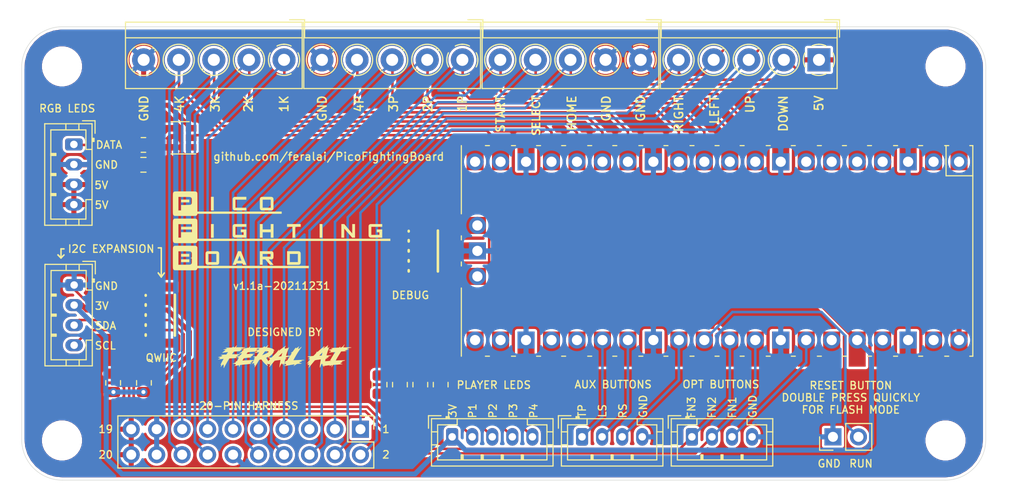
<source format=kicad_pcb>
(kicad_pcb (version 20171130) (host pcbnew "(5.1.12)-1")
  (layers (0 F.Cu signal) (31 B.Cu signal) (34 B.Paste user) (35 F.Paste user) (36 B.SilkS user) (37 F.SilkS user) (38 B.Mask user) (39 F.Mask user) (44 Edge.Cuts user))
  (net 0 "")
  (net 1 "Net-(U1-Pad35)")
  (net 2 "Net-(U1-Pad37)")
  (net 3 "Net-(U1-Pad39)")
  (net 4 /GND)
  (net 5 /5V)
  (net 6 /UP)
  (net 7 /DOWN)
  (net 8 /RIGHT)
  (net 9 /LEFT)
  (net 10 /SELECT)
  (net 11 /HOME)
  (net 12 /START)
  (net 13 /1P)
  (net 14 /2P)
  (net 15 /3P)
  (net 16 /4P)
  (net 17 /1K)
  (net 18 /2K)
  (net 19 /3K)
  (net 20 /4K)
  (net 21 /3V3)
  (net 22 /TP)
  (net 23 /LSB)
  (net 24 /RSB)
  (net 25 /SDA)
  (net 26 /SCL)
  (net 27 /PLED1)
  (net 28 /PLED2)
  (net 29 /PLED3)
  (net 30 /PLED4)
  (net 31 /RUN)
  (net 32 /RGB)
  (net 33 "Net-(U2-Pad1)")
  (net 34 /RGB_DATA_5V)
  (net 35 /SETTINGS)
  (net 36 /SWDIO)
  (net 37 /SWCLK)
  (net 38 "Net-(J1-Pad1)")
  (net 39 "Net-(J3-Pad2)")
  (net 40 "Net-(J3-Pad3)")
  (net 41 "Net-(J3-Pad4)")
  (net 42 "Net-(J3-Pad5)")
  (module FeralAI:FeralAI (layer F.Cu) (at 129.6 112.1)
    (fp_text reference G*** hide)
    (fp_text value LOGO hide)
  )
  (module FeralAI:PFB_Logo (layer F.Cu) (at 129.3 99.6)
    (fp_text reference G*** hide)
    (fp_text value LOGO hide)
  )
  (module Connector_PinHeader_2.54mm:PinHeader_1x02_P2.54mm_Vertical (layer F.Cu) (at 184.277 120.142 90)
    (fp_text reference J10 hide)
    (fp_text value Conn_01x02_Male)
    (pad 1 thru_hole rect (at 0 0 90) (size 1.7 1.7) (drill 1) (layers *.Cu *.Mask) (net 4 /GND))
    (pad 2 thru_hole oval (at 0 2.54 90) (size 1.7 1.7) (drill 1) (layers *.Cu *.Mask) (net 31 /RUN))
  )
  (module Package_TO_SOT_SMD:SOT-23-5 (layer F.Cu) (at 119.1768 90.3224 180)
    (fp_text reference U2 hide)
    (fp_text value SN74LV1T34DBV hide)
    (pad 1 smd rect (at -1.1 -0.95 180) (size 1.06 0.65) (layers F.Cu F.Paste F.Mask) (net 33 "Net-(U2-Pad1)"))
    (pad 2 smd rect (at -1.1 0 180) (size 1.06 0.65) (layers F.Cu F.Paste F.Mask) (net 32 /RGB))
    (pad 3 smd rect (at -1.1 0.95 180) (size 1.06 0.65) (layers F.Cu F.Paste F.Mask) (net 4 /GND))
    (pad 4 smd rect (at 1.1 0.95 180) (size 1.06 0.65) (layers F.Cu F.Paste F.Mask) (net 34 /RGB_DATA_5V))
    (pad 5 smd rect (at 1.1 -0.95 180) (size 1.06 0.65) (layers F.Cu F.Paste F.Mask) (net 5 /5V))
  )
  (module Connector_PinHeader_2.54mm:PinHeader_2x10_P2.54mm_Vertical (layer F.Cu) (at 137.16 119.38 270)
    (fp_text reference J2 hide)
    (fp_text value Conn_02x10_Odd_Even hide)
    (pad 1 thru_hole rect (at 0 0 270) (size 1.7 1.7) (drill 1) (layers *.Cu *.Mask) (net 6 /UP))
    (pad 2 thru_hole oval (at 2.54 0 270) (size 1.7 1.7) (drill 1) (layers *.Cu *.Mask) (net 7 /DOWN))
    (pad 3 thru_hole oval (at 0 2.54 270) (size 1.7 1.7) (drill 1) (layers *.Cu *.Mask) (net 8 /RIGHT))
    (pad 4 thru_hole oval (at 2.54 2.54 270) (size 1.7 1.7) (drill 1) (layers *.Cu *.Mask) (net 9 /LEFT))
    (pad 5 thru_hole oval (at 0 5.08 270) (size 1.7 1.7) (drill 1) (layers *.Cu *.Mask) (net 10 /SELECT))
    (pad 6 thru_hole oval (at 2.54 5.08 270) (size 1.7 1.7) (drill 1) (layers *.Cu *.Mask) (net 11 /HOME))
    (pad 7 thru_hole oval (at 0 7.62 270) (size 1.7 1.7) (drill 1) (layers *.Cu *.Mask) (net 12 /START))
    (pad 8 thru_hole oval (at 2.54 7.62 270) (size 1.7 1.7) (drill 1) (layers *.Cu *.Mask) (net 13 /1P))
    (pad 9 thru_hole oval (at 0 10.16 270) (size 1.7 1.7) (drill 1) (layers *.Cu *.Mask) (net 14 /2P))
    (pad 10 thru_hole oval (at 2.54 10.16 270) (size 1.7 1.7) (drill 1) (layers *.Cu *.Mask) (net 15 /3P))
    (pad 11 thru_hole oval (at 0 12.7 270) (size 1.7 1.7) (drill 1) (layers *.Cu *.Mask) (net 16 /4P))
    (pad 12 thru_hole oval (at 2.54 12.7 270) (size 1.7 1.7) (drill 1) (layers *.Cu *.Mask) (net 4 /GND))
    (pad 13 thru_hole oval (at 0 15.24 270) (size 1.7 1.7) (drill 1) (layers *.Cu *.Mask) (net 17 /1K))
    (pad 14 thru_hole oval (at 2.54 15.24 270) (size 1.7 1.7) (drill 1) (layers *.Cu *.Mask) (net 18 /2K))
    (pad 15 thru_hole oval (at 0 17.78 270) (size 1.7 1.7) (drill 1) (layers *.Cu *.Mask) (net 19 /3K))
    (pad 16 thru_hole oval (at 2.54 17.78 270) (size 1.7 1.7) (drill 1) (layers *.Cu *.Mask) (net 20 /4K))
    (pad 17 thru_hole oval (at 0 20.32 270) (size 1.7 1.7) (drill 1) (layers *.Cu *.Mask) (net 4 /GND))
    (pad 18 thru_hole oval (at 2.54 20.32 270) (size 1.7 1.7) (drill 1) (layers *.Cu *.Mask) (net 4 /GND))
    (pad 19 thru_hole oval (at 0 22.86 270) (size 1.7 1.7) (drill 1) (layers *.Cu *.Mask) (net 5 /5V))
    (pad 20 thru_hole oval (at 2.54 22.86 270) (size 1.7 1.7) (drill 1) (layers *.Cu *.Mask) (net 5 /5V))
  )
  (module Resistor_SMD:R_0805_2012Metric (layer F.Cu) (at 139.065 114.935 270)
    (fp_text reference R1 hide)
    (fp_text value 330 hide)
    (pad 1 smd roundrect (at -0.9125 0 270) (size 1.025 1.4) (layers F.Cu F.Paste F.Mask) (roundrect_rratio 0.2439004878048781) (net 27 /PLED1))
    (pad 2 smd roundrect (at 0.9125 0 270) (size 1.025 1.4) (layers F.Cu F.Paste F.Mask) (roundrect_rratio 0.2439004878048781) (net 39 "Net-(J3-Pad2)"))
  )
  (module Resistor_SMD:R_0805_2012Metric (layer F.Cu) (at 141.097 114.935 270)
    (fp_text reference R2 hide)
    (fp_text value 330 hide)
    (pad 2 smd roundrect (at 0.9125 0 270) (size 1.025 1.4) (layers F.Cu F.Paste F.Mask) (roundrect_rratio 0.2439004878048781) (net 40 "Net-(J3-Pad3)"))
    (pad 1 smd roundrect (at -0.9125 0 270) (size 1.025 1.4) (layers F.Cu F.Paste F.Mask) (roundrect_rratio 0.2439004878048781) (net 28 /PLED2))
  )
  (module Resistor_SMD:R_0805_2012Metric (layer F.Cu) (at 143.129 114.935 270)
    (fp_text reference R3 hide)
    (fp_text value 330 hide)
    (pad 1 smd roundrect (at -0.9125 0 270) (size 1.025 1.4) (layers F.Cu F.Paste F.Mask) (roundrect_rratio 0.2439004878048781) (net 29 /PLED3))
    (pad 2 smd roundrect (at 0.9125 0 270) (size 1.025 1.4) (layers F.Cu F.Paste F.Mask) (roundrect_rratio 0.2439004878048781) (net 41 "Net-(J3-Pad4)"))
  )
  (module Resistor_SMD:R_0805_2012Metric (layer F.Cu) (at 145.161 114.935 270)
    (fp_text reference R4 hide)
    (fp_text value 330 hide)
    (pad 2 smd roundrect (at 0.9125 0 270) (size 1.025 1.4) (layers F.Cu F.Paste F.Mask) (roundrect_rratio 0.2439004878048781) (net 42 "Net-(J3-Pad5)"))
    (pad 1 smd roundrect (at -0.9125 0 270) (size 1.025 1.4) (layers F.Cu F.Paste F.Mask) (roundrect_rratio 0.2439004878048781) (net 30 /PLED4))
  )
  (module MCU_RaspberryPi_and_Boards:RPi_Pico_SMD_TH_Clean (layer F.Cu) (at 172.72 101.6 270)
    (fp_text reference U1 hide)
    (fp_text value Pico hide)
    (pad 43 thru_hole oval (at 2.54 23.9 270) (size 1.7 1.7) (drill 1.02) (layers *.Cu *.Mask) (net 36 /SWDIO))
    (pad 43 smd rect (at 2.54 23.9) (size 3.5 1.7) (drill (offset -0.9 0)) (layers F.Cu F.Mask) (net 36 /SWDIO))
    (pad 42 thru_hole rect (at 0 23.9 270) (size 1.7 1.7) (drill 1.02) (layers *.Cu *.Mask) (net 4 /GND))
    (pad 42 smd rect (at 0 23.9) (size 3.5 1.7) (drill (offset -0.9 0)) (layers F.Cu F.Mask) (net 4 /GND))
    (pad 41 thru_hole oval (at -2.54 23.9 270) (size 1.7 1.7) (drill 1.02) (layers *.Cu *.Mask) (net 37 /SWCLK))
    (pad 41 smd rect (at -2.54 23.9) (size 3.5 1.7) (drill (offset -0.9 0)) (layers F.Cu F.Mask) (net 37 /SWCLK))
    (pad 21 smd rect (at 8.89 24.13 270) (size 3.5 1.7) (drill (offset 0.9 0)) (layers F.Cu F.Mask) (net 27 /PLED1))
    (pad 22 smd rect (at 8.89 21.59 270) (size 3.5 1.7) (drill (offset 0.9 0)) (layers F.Cu F.Mask) (net 28 /PLED2))
    (pad 23 smd rect (at 8.89 19.05 270) (size 3.5 1.7) (drill (offset 0.9 0)) (layers F.Cu F.Mask) (net 4 /GND))
    (pad 24 smd rect (at 8.89 16.51 270) (size 3.5 1.7) (drill (offset 0.9 0)) (layers F.Cu F.Mask) (net 29 /PLED3))
    (pad 25 smd rect (at 8.89 13.97 270) (size 3.5 1.7) (drill (offset 0.9 0)) (layers F.Cu F.Mask) (net 30 /PLED4))
    (pad 26 smd rect (at 8.89 11.43 270) (size 3.5 1.7) (drill (offset 0.9 0)) (layers F.Cu F.Mask) (net 22 /TP))
    (pad 27 smd rect (at 8.89 8.89 270) (size 3.5 1.7) (drill (offset 0.9 0)) (layers F.Cu F.Mask) (net 23 /LSB))
    (pad 28 smd rect (at 8.89 6.35 270) (size 3.5 1.7) (drill (offset 0.9 0)) (layers F.Cu F.Mask) (net 4 /GND))
    (pad 29 smd rect (at 8.89 3.81 270) (size 3.5 1.7) (drill (offset 0.9 0)) (layers F.Cu F.Mask) (net 24 /RSB))
    (pad 30 smd rect (at 8.89 1.27 270) (size 3.5 1.7) (drill (offset 0.9 0)) (layers F.Cu F.Mask) (net 31 /RUN))
    (pad 31 smd rect (at 8.89 -1.27 270) (size 3.5 1.7) (drill (offset 0.9 0)) (layers F.Cu F.Mask) (net 25 /SDA))
    (pad 32 smd rect (at 8.89 -3.81 270) (size 3.5 1.7) (drill (offset 0.9 0)) (layers F.Cu F.Mask) (net 26 /SCL))
    (pad 33 smd rect (at 8.89 -6.35 270) (size 3.5 1.7) (drill (offset 0.9 0)) (layers F.Cu F.Mask) (net 4 /GND))
    (pad 34 smd rect (at 8.89 -8.89 270) (size 3.5 1.7) (drill (offset 0.9 0)) (layers F.Cu F.Mask) (net 35 /SETTINGS))
    (pad 35 smd rect (at 8.89 -11.43 270) (size 3.5 1.7) (drill (offset 0.9 0)) (layers F.Cu F.Mask) (net 1 "Net-(U1-Pad35)"))
    (pad 36 smd rect (at 8.89 -13.97 270) (size 3.5 1.7) (drill (offset 0.9 0)) (layers F.Cu F.Mask) (net 21 /3V3))
    (pad 37 smd rect (at 8.89 -16.51 270) (size 3.5 1.7) (drill (offset 0.9 0)) (layers F.Cu F.Mask) (net 2 "Net-(U1-Pad37)"))
    (pad 38 smd rect (at 8.89 -19.05 270) (size 3.5 1.7) (drill (offset 0.9 0)) (layers F.Cu F.Mask) (net 4 /GND))
    (pad 39 smd rect (at 8.89 -21.59 270) (size 3.5 1.7) (drill (offset 0.9 0)) (layers F.Cu F.Mask) (net 3 "Net-(U1-Pad39)"))
    (pad 40 smd rect (at 8.89 -24.13 270) (size 3.5 1.7) (drill (offset 0.9 0)) (layers F.Cu F.Mask) (net 5 /5V))
    (pad 20 smd rect (at -8.89 24.13 270) (size 3.5 1.7) (drill (offset -0.9 0)) (layers F.Cu F.Mask) (net 32 /RGB))
    (pad 19 smd rect (at -8.89 21.59 270) (size 3.5 1.7) (drill (offset -0.9 0)) (layers F.Cu F.Mask) (net 20 /4K))
    (pad 18 smd rect (at -8.89 19.05 270) (size 3.5 1.7) (drill (offset -0.9 0)) (layers F.Cu F.Mask) (net 4 /GND))
    (pad 17 smd rect (at -8.89 16.51 270) (size 3.5 1.7) (drill (offset -0.9 0)) (layers F.Cu F.Mask) (net 19 /3K))
    (pad 16 smd rect (at -8.89 13.97 270) (size 3.5 1.7) (drill (offset -0.9 0)) (layers F.Cu F.Mask) (net 18 /2K))
    (pad 15 smd rect (at -8.89 11.43 270) (size 3.5 1.7) (drill (offset -0.9 0)) (layers F.Cu F.Mask) (net 17 /1K))
    (pad 14 smd rect (at -8.89 8.89 270) (size 3.5 1.7) (drill (offset -0.9 0)) (layers F.Cu F.Mask) (net 16 /4P))
    (pad 13 smd rect (at -8.89 6.35 270) (size 3.5 1.7) (drill (offset -0.9 0)) (layers F.Cu F.Mask) (net 4 /GND))
    (pad 12 smd rect (at -8.89 3.81 270) (size 3.5 1.7) (drill (offset -0.9 0)) (layers F.Cu F.Mask) (net 15 /3P))
    (pad 11 smd rect (at -8.89 1.27 270) (size 3.5 1.7) (drill (offset -0.9 0)) (layers F.Cu F.Mask) (net 14 /2P))
    (pad 10 smd rect (at -8.89 -1.27 270) (size 3.5 1.7) (drill (offset -0.9 0)) (layers F.Cu F.Mask) (net 13 /1P))
    (pad 9 smd rect (at -8.89 -3.81 270) (size 3.5 1.7) (drill (offset -0.9 0)) (layers F.Cu F.Mask) (net 12 /START))
    (pad 8 smd rect (at -8.89 -6.35 270) (size 3.5 1.7) (drill (offset -0.9 0)) (layers F.Cu F.Mask) (net 4 /GND))
    (pad 7 smd rect (at -8.89 -8.89 270) (size 3.5 1.7) (drill (offset -0.9 0)) (layers F.Cu F.Mask) (net 10 /SELECT))
    (pad 6 smd rect (at -8.89 -11.43 270) (size 3.5 1.7) (drill (offset -0.9 0)) (layers F.Cu F.Mask) (net 11 /HOME))
    (pad 5 smd rect (at -8.89 -13.97 270) (size 3.5 1.7) (drill (offset -0.9 0)) (layers F.Cu F.Mask) (net 8 /RIGHT))
    (pad 4 smd rect (at -8.89 -16.51 270) (size 3.5 1.7) (drill (offset -0.9 0)) (layers F.Cu F.Mask) (net 7 /DOWN))
    (pad 3 smd rect (at -8.89 -19.05 270) (size 3.5 1.7) (drill (offset -0.9 0)) (layers F.Cu F.Mask) (net 4 /GND))
    (pad 2 smd rect (at -8.89 -21.59 270) (size 3.5 1.7) (drill (offset -0.9 0)) (layers F.Cu F.Mask) (net 6 /UP))
    (pad 1 smd rect (at -8.89 -24.13 270) (size 3.5 1.7) (drill (offset -0.9 0)) (layers F.Cu F.Mask) (net 9 /LEFT))
    (pad 40 thru_hole oval (at 8.89 -24.13 270) (size 1.7 1.7) (drill 1.02) (layers *.Cu *.Mask) (net 5 /5V))
    (pad 39 thru_hole oval (at 8.89 -21.59 270) (size 1.7 1.7) (drill 1.02) (layers *.Cu *.Mask) (net 3 "Net-(U1-Pad39)"))
    (pad 38 thru_hole rect (at 8.89 -19.05 270) (size 1.7 1.7) (drill 1.02) (layers *.Cu *.Mask) (net 4 /GND))
    (pad 37 thru_hole oval (at 8.89 -16.51 270) (size 1.7 1.7) (drill 1.02) (layers *.Cu *.Mask) (net 2 "Net-(U1-Pad37)"))
    (pad 36 thru_hole oval (at 8.89 -13.97 270) (size 1.7 1.7) (drill 1.02) (layers *.Cu *.Mask) (net 21 /3V3))
    (pad 35 thru_hole oval (at 8.89 -11.43 270) (size 1.7 1.7) (drill 1.02) (layers *.Cu *.Mask) (net 1 "Net-(U1-Pad35)"))
    (pad 34 thru_hole oval (at 8.89 -8.89 270) (size 1.7 1.7) (drill 1.02) (layers *.Cu *.Mask) (net 35 /SETTINGS))
    (pad 33 thru_hole rect (at 8.89 -6.35 270) (size 1.7 1.7) (drill 1.02) (layers *.Cu *.Mask) (net 4 /GND))
    (pad 32 thru_hole oval (at 8.89 -3.81 270) (size 1.7 1.7) (drill 1.02) (layers *.Cu *.Mask) (net 26 /SCL))
    (pad 31 thru_hole oval (at 8.89 -1.27 270) (size 1.7 1.7) (drill 1.02) (layers *.Cu *.Mask) (net 25 /SDA))
    (pad 30 thru_hole oval (at 8.89 1.27 270) (size 1.7 1.7) (drill 1.02) (layers *.Cu *.Mask) (net 31 /RUN))
    (pad 29 thru_hole oval (at 8.89 3.81 270) (size 1.7 1.7) (drill 1.02) (layers *.Cu *.Mask) (net 24 /RSB))
    (pad 28 thru_hole rect (at 8.89 6.35 270) (size 1.7 1.7) (drill 1.02) (layers *.Cu *.Mask) (net 4 /GND))
    (pad 27 thru_hole oval (at 8.89 8.89 270) (size 1.7 1.7) (drill 1.02) (layers *.Cu *.Mask) (net 23 /LSB))
    (pad 26 thru_hole oval (at 8.89 11.43 270) (size 1.7 1.7) (drill 1.02) (layers *.Cu *.Mask) (net 22 /TP))
    (pad 25 thru_hole oval (at 8.89 13.97 270) (size 1.7 1.7) (drill 1.02) (layers *.Cu *.Mask) (net 30 /PLED4))
    (pad 24 thru_hole oval (at 8.89 16.51 270) (size 1.7 1.7) (drill 1.02) (layers *.Cu *.Mask) (net 29 /PLED3))
    (pad 23 thru_hole rect (at 8.89 19.05 270) (size 1.7 1.7) (drill 1.02) (layers *.Cu *.Mask) (net 4 /GND))
    (pad 22 thru_hole oval (at 8.89 21.59 270) (size 1.7 1.7) (drill 1.02) (layers *.Cu *.Mask) (net 28 /PLED2))
    (pad 21 thru_hole oval (at 8.89 24.13 270) (size 1.7 1.7) (drill 1.02) (layers *.Cu *.Mask) (net 27 /PLED1))
    (pad 20 thru_hole oval (at -8.89 24.13 270) (size 1.7 1.7) (drill 1.02) (layers *.Cu *.Mask) (net 32 /RGB))
    (pad 19 thru_hole oval (at -8.89 21.59 270) (size 1.7 1.7) (drill 1.02) (layers *.Cu *.Mask) (net 20 /4K))
    (pad 18 thru_hole rect (at -8.89 19.05 270) (size 1.7 1.7) (drill 1.02) (layers *.Cu *.Mask) (net 4 /GND))
    (pad 17 thru_hole oval (at -8.89 16.51 270) (size 1.7 1.7) (drill 1.02) (layers *.Cu *.Mask) (net 19 /3K))
    (pad 16 thru_hole oval (at -8.89 13.97 270) (size 1.7 1.7) (drill 1.02) (layers *.Cu *.Mask) (net 18 /2K))
    (pad 15 thru_hole oval (at -8.89 11.43 270) (size 1.7 1.7) (drill 1.02) (layers *.Cu *.Mask) (net 17 /1K))
    (pad 14 thru_hole oval (at -8.89 8.89 270) (size 1.7 1.7) (drill 1.02) (layers *.Cu *.Mask) (net 16 /4P))
    (pad 13 thru_hole rect (at -8.89 6.35 270) (size 1.7 1.7) (drill 1.02) (layers *.Cu *.Mask) (net 4 /GND))
    (pad 12 thru_hole oval (at -8.89 3.81 270) (size 1.7 1.7) (drill 1.02) (layers *.Cu *.Mask) (net 15 /3P))
    (pad 11 thru_hole oval (at -8.89 1.27 270) (size 1.7 1.7) (drill 1.02) (layers *.Cu *.Mask) (net 14 /2P))
    (pad 10 thru_hole oval (at -8.89 -1.27 270) (size 1.7 1.7) (drill 1.02) (layers *.Cu *.Mask) (net 13 /1P))
    (pad 9 thru_hole oval (at -8.89 -3.81 270) (size 1.7 1.7) (drill 1.02) (layers *.Cu *.Mask) (net 12 /START))
    (pad 8 thru_hole rect (at -8.89 -6.35 270) (size 1.7 1.7) (drill 1.02) (layers *.Cu *.Mask) (net 4 /GND))
    (pad 7 thru_hole oval (at -8.89 -8.89 270) (size 1.7 1.7) (drill 1.02) (layers *.Cu *.Mask) (net 10 /SELECT))
    (pad 6 thru_hole oval (at -8.89 -11.43 270) (size 1.7 1.7) (drill 1.02) (layers *.Cu *.Mask) (net 11 /HOME))
    (pad 5 thru_hole oval (at -8.89 -13.97 270) (size 1.7 1.7) (drill 1.02) (layers *.Cu *.Mask) (net 8 /RIGHT))
    (pad 4 thru_hole oval (at -8.89 -16.51 270) (size 1.7 1.7) (drill 1.02) (layers *.Cu *.Mask) (net 7 /DOWN))
    (pad 3 thru_hole rect (at -8.89 -19.05 270) (size 1.7 1.7) (drill 1.02) (layers *.Cu *.Mask) (net 4 /GND))
    (pad 2 thru_hole oval (at -8.89 -21.59 270) (size 1.7 1.7) (drill 1.02) (layers *.Cu *.Mask) (net 6 /UP))
    (pad 1 thru_hole oval (at -8.89 -24.13 270) (size 1.7 1.7) (drill 1.02) (layers *.Cu *.Mask) (net 9 /LEFT))
  )
  (module Resistor_SMD:R_0805_2012Metric (layer F.Cu) (at 115.5192 91.0336 180)
    (fp_text reference R5 hide)
    (fp_text value 330)
    (pad 1 smd roundrect (at -0.9125 0 180) (size 1.025 1.4) (layers F.Cu F.Paste F.Mask) (roundrect_rratio 0.2439004878048781) (net 34 /RGB_DATA_5V))
    (pad 2 smd roundrect (at 0.9125 0 180) (size 1.025 1.4) (layers F.Cu F.Paste F.Mask) (roundrect_rratio 0.2439004878048781) (net 38 "Net-(J1-Pad1)"))
  )
  (module Capacitor_SMD:C_0805_2012Metric (layer F.Cu) (at 115.5192 93.0148)
    (fp_text reference C1 hide)
    (fp_text value 0.1uF)
    (pad 1 smd roundrect (at -0.95 0) (size 1 1.45) (layers F.Cu F.Paste F.Mask) (net 4 /GND))
    (pad 2 smd roundrect (at 0.95 0) (size 1 1.45) (layers F.Cu F.Paste F.Mask) (net 5 /5V))
  )
  (module Resistor_SMD:R_0805_2012Metric (layer F.Cu) (at 112.5 114.7572 90)
    (fp_text reference R6 hide)
    (fp_text value 4.7k)
    (pad 2 smd roundrect (at 0.9125 0 90) (size 1.025 1.4) (layers F.Cu F.Paste F.Mask) (roundrect_rratio 0.2439004878048781) (net 26 /SCL))
    (pad 1 smd roundrect (at -0.9125 0 90) (size 1.025 1.4) (layers F.Cu F.Paste F.Mask) (roundrect_rratio 0.2439004878048781) (net 21 /3V3))
  )
  (module Resistor_SMD:R_0805_2012Metric (layer F.Cu) (at 115.57 114.7572 90)
    (fp_text reference R7 hide)
    (fp_text value 4.7k)
    (pad 2 smd roundrect (at 0.9125 0 90) (size 1.025 1.4) (layers F.Cu F.Paste F.Mask) (roundrect_rratio 0.2439004878048781) (net 25 /SDA))
    (pad 1 smd roundrect (at -0.9125 0 90) (size 1.025 1.4) (layers F.Cu F.Paste F.Mask) (roundrect_rratio 0.2439004878048781) (net 21 /3V3))
  )
  (module Connector_JST:JST_PH_B4B-PH-K_1x04_P2.00mm_Vertical (layer F.Cu) (at 108.585 90.9828 270)
    (fp_text reference J1 hide)
    (fp_text value Conn_01x04_Male)
    (pad 1 thru_hole roundrect (at 0 0 270) (size 1.2 1.75) (drill 0.75) (layers *.Cu *.Mask) (roundrect_rratio 0.2083325) (net 38 "Net-(J1-Pad1)"))
    (pad 2 thru_hole oval (at 2 0 270) (size 1.2 1.75) (drill 0.75) (layers *.Cu *.Mask) (net 4 /GND))
    (pad 3 thru_hole oval (at 4 0 270) (size 1.2 1.75) (drill 0.75) (layers *.Cu *.Mask) (net 5 /5V))
    (pad 4 thru_hole oval (at 6 0 270) (size 1.2 1.75) (drill 0.75) (layers *.Cu *.Mask) (net 5 /5V))
  )
  (module Connector_JST:JST_PH_B5B-PH-K_1x05_P2.00mm_Vertical (layer F.Cu) (at 146.304 120.142)
    (fp_text reference J3 hide)
    (fp_text value Conn_01x05_Male)
    (pad 1 thru_hole roundrect (at 0 0) (size 1.2 1.75) (drill 0.75) (layers *.Cu *.Mask) (roundrect_rratio 0.2083325) (net 21 /3V3))
    (pad 2 thru_hole oval (at 2 0) (size 1.2 1.75) (drill 0.75) (layers *.Cu *.Mask) (net 39 "Net-(J3-Pad2)"))
    (pad 3 thru_hole oval (at 4 0) (size 1.2 1.75) (drill 0.75) (layers *.Cu *.Mask) (net 40 "Net-(J3-Pad3)"))
    (pad 4 thru_hole oval (at 6 0) (size 1.2 1.75) (drill 0.75) (layers *.Cu *.Mask) (net 41 "Net-(J3-Pad4)"))
    (pad 5 thru_hole oval (at 8 0) (size 1.2 1.75) (drill 0.75) (layers *.Cu *.Mask) (net 42 "Net-(J3-Pad5)"))
  )
  (module Connector_JST:JST_PH_B4B-PH-K_1x04_P2.00mm_Vertical (layer F.Cu) (at 159.258 120.142)
    (fp_text reference J4 hide)
    (fp_text value Conn_01x04_Male)
    (pad 4 thru_hole oval (at 6 0) (size 1.2 1.75) (drill 0.75) (layers *.Cu *.Mask) (net 4 /GND))
    (pad 3 thru_hole oval (at 4 0) (size 1.2 1.75) (drill 0.75) (layers *.Cu *.Mask) (net 24 /RSB))
    (pad 2 thru_hole oval (at 2 0) (size 1.2 1.75) (drill 0.75) (layers *.Cu *.Mask) (net 23 /LSB))
    (pad 1 thru_hole roundrect (at 0 0) (size 1.2 1.75) (drill 0.75) (layers *.Cu *.Mask) (roundrect_rratio 0.2083325) (net 22 /TP))
  )
  (module TerminalBlock_MetzConnect:TerminalBlock_MetzConnect_Type059_RT06305HBWC_1x05_P3.50mm_Horizontal (layer F.Cu) (at 129.54 82.55 180)
    (fp_text reference J5 hide)
    (fp_text value ST01x05)
    (pad 5 thru_hole circle (at 14 0 180) (size 2.3 2.3) (drill 1.2) (layers *.Cu *.Mask) (net 4 /GND))
    (pad 4 thru_hole circle (at 10.5 0 180) (size 2.3 2.3) (drill 1.2) (layers *.Cu *.Mask) (net 20 /4K))
    (pad 3 thru_hole circle (at 7 0 180) (size 2.3 2.3) (drill 1.2) (layers *.Cu *.Mask) (net 19 /3K))
    (pad 2 thru_hole circle (at 3.5 0 180) (size 2.3 2.3) (drill 1.2) (layers *.Cu *.Mask) (net 18 /2K))
    (pad 1 thru_hole circle (at 0 0 180) (size 2.3 2.3) (drill 1.2) (layers *.Cu *.Mask) (net 17 /1K))
  )
  (module TerminalBlock_MetzConnect:TerminalBlock_MetzConnect_Type059_RT06305HBWC_1x05_P3.50mm_Horizontal (layer F.Cu) (at 147.32 82.55 180)
    (fp_text reference J6 hide)
    (fp_text value ST01x05)
    (pad 1 thru_hole circle (at 0 0 180) (size 2.3 2.3) (drill 1.2) (layers *.Cu *.Mask) (net 13 /1P))
    (pad 2 thru_hole circle (at 3.5 0 180) (size 2.3 2.3) (drill 1.2) (layers *.Cu *.Mask) (net 14 /2P))
    (pad 3 thru_hole circle (at 7 0 180) (size 2.3 2.3) (drill 1.2) (layers *.Cu *.Mask) (net 15 /3P))
    (pad 4 thru_hole circle (at 10.5 0 180) (size 2.3 2.3) (drill 1.2) (layers *.Cu *.Mask) (net 16 /4P))
    (pad 5 thru_hole circle (at 14 0 180) (size 2.3 2.3) (drill 1.2) (layers *.Cu *.Mask) (net 4 /GND))
  )
  (module TerminalBlock_MetzConnect:TerminalBlock_MetzConnect_Type059_RT06305HBWC_1x05_P3.50mm_Horizontal (layer F.Cu) (at 165.1 82.55 180)
    (fp_text reference J7 hide)
    (fp_text value ST01x05)
    (pad 5 thru_hole circle (at 14 0 180) (size 2.3 2.3) (drill 1.2) (layers *.Cu *.Mask) (net 12 /START))
    (pad 4 thru_hole circle (at 10.5 0 180) (size 2.3 2.3) (drill 1.2) (layers *.Cu *.Mask) (net 10 /SELECT))
    (pad 3 thru_hole circle (at 7 0 180) (size 2.3 2.3) (drill 1.2) (layers *.Cu *.Mask) (net 11 /HOME))
    (pad 2 thru_hole circle (at 3.5 0 180) (size 2.3 2.3) (drill 1.2) (layers *.Cu *.Mask) (net 4 /GND))
    (pad 1 thru_hole circle (at 0 0 180) (size 2.3 2.3) (drill 1.2) (layers *.Cu *.Mask) (net 4 /GND))
  )
  (module TerminalBlock_MetzConnect:TerminalBlock_MetzConnect_Type059_RT06305HBWC_1x05_P3.50mm_Horizontal (layer F.Cu) (at 182.88 82.55 180)
    (fp_text reference J8 hide)
    (fp_text value ST01x05)
    (pad 1 thru_hole rect (at 0 0 180) (size 2.3 2.3) (drill 1.2) (layers *.Cu *.Mask) (net 5 /5V))
    (pad 2 thru_hole circle (at 3.5 0 180) (size 2.3 2.3) (drill 1.2) (layers *.Cu *.Mask) (net 7 /DOWN))
    (pad 3 thru_hole circle (at 7 0 180) (size 2.3 2.3) (drill 1.2) (layers *.Cu *.Mask) (net 6 /UP))
    (pad 4 thru_hole circle (at 10.5 0 180) (size 2.3 2.3) (drill 1.2) (layers *.Cu *.Mask) (net 9 /LEFT))
    (pad 5 thru_hole circle (at 14 0 180) (size 2.3 2.3) (drill 1.2) (layers *.Cu *.Mask) (net 8 /RIGHT))
  )
  (module Connector_JST:JST_PH_B4B-PH-K_1x04_P2.00mm_Vertical (layer F.Cu) (at 170.212 120.142)
    (fp_text reference J11 hide)
    (fp_text value Conn_01x04_Male)
    (pad 1 thru_hole roundrect (at 0 0) (size 1.2 1.75) (drill 0.75) (layers *.Cu *.Mask) (roundrect_rratio 0.2083325) (net 25 /SDA))
    (pad 2 thru_hole oval (at 2 0) (size 1.2 1.75) (drill 0.75) (layers *.Cu *.Mask) (net 26 /SCL))
    (pad 3 thru_hole oval (at 4 0) (size 1.2 1.75) (drill 0.75) (layers *.Cu *.Mask) (net 35 /SETTINGS))
    (pad 4 thru_hole oval (at 6 0) (size 1.2 1.75) (drill 0.75) (layers *.Cu *.Mask) (net 4 /GND))
  )
  (module Connector_JST:JST_PH_B4B-PH-K_1x04_P2.00mm_Vertical (layer F.Cu) (at 108.6104 105.0036 270)
    (fp_text reference J12 hide)
    (fp_text value Conn_01x04_Male)
    (pad 4 thru_hole oval (at 6 0 270) (size 1.2 1.75) (drill 0.75) (layers *.Cu *.Mask) (net 26 /SCL))
    (pad 3 thru_hole oval (at 4 0 270) (size 1.2 1.75) (drill 0.75) (layers *.Cu *.Mask) (net 25 /SDA))
    (pad 2 thru_hole oval (at 2 0 270) (size 1.2 1.75) (drill 0.75) (layers *.Cu *.Mask) (net 21 /3V3))
    (pad 1 thru_hole roundrect (at 0 0 270) (size 1.2 1.75) (drill 0.75) (layers *.Cu *.Mask) (roundrect_rratio 0.2083325) (net 4 /GND))
  )
  (module FeralAI:BOOM_SH_C145961_1x04_P1.00mm_Vertical (layer F.Cu) (at 116.332 108.0008 90)
    (fp_text reference J9 hide)
    (fp_text value Conn_01x04_Male hide)
    (pad 0 smd rect (at 2.8 0.924 90) (size 0.9 3) (layers F.Cu F.Paste F.Mask))
    (pad 0 smd rect (at -2.8 0.924 90) (size 0.9 3) (layers F.Cu F.Paste F.Mask))
    (pad 4 smd rect (at 1.507 -0.924 90) (size 0.4 1.6) (layers F.Cu F.Paste F.Mask) (net 4 /GND))
    (pad 3 smd rect (at 0.507 -0.924 90) (size 0.4 1.6) (layers F.Cu F.Paste F.Mask) (net 21 /3V3))
    (pad 2 smd rect (at -0.493 -0.924 90) (size 0.4 1.6) (layers F.Cu F.Paste F.Mask) (net 25 /SDA))
    (pad 1 smd rect (at -1.493 -0.924 90) (size 0.4 1.6) (layers F.Cu F.Paste F.Mask) (net 26 /SCL))
  )
  (module FeralAI:BOOM_SH_C145961_1x04_P1.00mm_Vertical (layer F.Cu) (at 142.5575 101.6 90)
    (fp_text reference J13 hide)
    (fp_text value Conn_01x04_Male hide)
    (pad 1 smd rect (at -1.493 -0.924 90) (size 0.4 1.6) (layers F.Cu F.Paste F.Mask) (net 36 /SWDIO))
    (pad 2 smd rect (at -0.493 -0.924 90) (size 0.4 1.6) (layers F.Cu F.Paste F.Mask) (net 37 /SWCLK))
    (pad 3 smd rect (at 0.507 -0.924 90) (size 0.4 1.6) (layers F.Cu F.Paste F.Mask) (net 21 /3V3))
    (pad 4 smd rect (at 1.507 -0.924 90) (size 0.4 1.6) (layers F.Cu F.Paste F.Mask) (net 4 /GND))
    (pad 0 smd rect (at -2.8 0.924 90) (size 0.9 3) (layers F.Cu F.Paste F.Mask))
    (pad 0 smd rect (at 2.8 0.924 90) (size 0.9 3) (layers F.Cu F.Paste F.Mask))
  )
  (module MountingHole:MountingHole_3.5mm (layer F.Cu) (at 107.4 83.2)
    (fp_text reference H1)
    (fp_text value MountingHole)
    (pad 1 np_thru_hole circle (at 0 0) (size 3.5 3.5) (drill 3.5) (layers *.Cu *.Mask))
  )
  (module MountingHole:MountingHole_3.5mm (layer F.Cu) (at 195.5 83.2)
    (fp_text reference H2)
    (fp_text value MountingHole)
    (pad 1 np_thru_hole circle (at 0 0) (size 3.5 3.5) (drill 3.5) (layers *.Cu *.Mask))
  )
  (module MountingHole:MountingHole_3.5mm (layer F.Cu) (at 107.4 120.5)
    (fp_text reference H3)
    (fp_text value MountingHole)
    (pad 1 np_thru_hole circle (at 0 0) (size 3.5 3.5) (drill 3.5) (layers *.Cu *.Mask))
  )
  (module MountingHole:MountingHole_3.5mm (layer F.Cu) (at 195.5 120.5)
    (fp_text reference H4)
    (fp_text value MountingHole)
    (pad 1 np_thru_hole circle (at 0 0) (size 3.5 3.5) (drill 3.5) (layers *.Cu *.Mask))
  )
  (gr_text "DESIGNED BY" (at 129.602522 109.7) (layer F.SilkS) (effects (font (size 0.75 0.75) (thickness 0.125))))
  (gr_line (start 117.6 103.8) (end 117.3 104.2) (layer F.SilkS) (width 0.15))
  (gr_line (start 117 103.8) (end 117.3 104.2) (layer F.SilkS) (width 0.15))
  (gr_line (start 117.3 104.2) (end 117 103.8) (layer F.SilkS) (width 0.15))
  (gr_line (start 117.3 101.3) (end 117.3 104.2) (layer F.SilkS) (width 0.15))
  (gr_line (start 117 101.3) (end 117.3 101.3) (layer F.SilkS) (width 0.15))
  (gr_line (start 107.3 102.3) (end 107.6 102) (layer F.SilkS) (width 0.15))
  (gr_line (start 107 102) (end 107.3 102.3) (layer F.SilkS) (width 0.15))
  (gr_line (start 107.3 102.3) (end 107 102) (layer F.SilkS) (width 0.15))
  (gr_line (start 107.3 101.4) (end 107.3 102.3) (layer F.SilkS) (width 0.15))
  (gr_line (start 107.6 101.4) (end 107.3 101.4) (layer F.SilkS) (width 0.15))
  (gr_text "OPT BUTTONS" (at 173.101 114.9096) (layer F.SilkS) (effects (font (size 0.75 0.75) (thickness 0.125))))
  (gr_text "PLAYER LEDS" (at 150.4569 114.9731) (layer F.SilkS) (effects (font (size 0.75 0.75) (thickness 0.125))))
  (gr_text "AUX BUTTONS" (at 162.3568 114.9223) (layer F.SilkS) (effects (font (size 0.75 0.75) (thickness 0.125))))
  (gr_text "20-PIN HARNESS" (at 126.0221 117.0559) (layer F.SilkS) (effects (font (size 0.75 0.75) (thickness 0.125))))
  (gr_text "RGB LEDS" (at 107.919271 87.4) (layer F.SilkS) (effects (font (size 0.75 0.75) (thickness 0.125))))
  (gr_text DEBUG (at 142.1384 106.0196) (layer F.SilkS) (effects (font (size 0.75 0.75) (thickness 0.125))))
  (gr_text QWIIC (at 117.3 112.268) (layer F.SilkS) (effects (font (size 0.75 0.75) (thickness 0.125))))
  (gr_text "RESET BUTTON\nDOUBLE PRESS QUICKLY\nFOR FLASH MODE" (at 186.055 116.2304) (layer F.SilkS) (effects (font (size 0.75 0.75) (thickness 0.125))))
  (gr_text GND (at 176.276 117.1067 90) (layer F.SilkS) (effects (font (size 0.75 0.75) (thickness 0.125))))
  (gr_text FN1 (at 174.244 117.2083 90) (layer F.SilkS) (effects (font (size 0.75 0.75) (thickness 0.125))))
  (gr_text FN2 (at 172.212 117.2083 90) (layer F.SilkS) (effects (font (size 0.75 0.75) (thickness 0.125))))
  (gr_text FN3 (at 170.1673 117.2083 90) (layer F.SilkS) (effects (font (size 0.75 0.75) (thickness 0.125))))
  (gr_text GND (at 165.354 117.094 90) (layer F.SilkS) (effects (font (size 0.75 0.75) (thickness 0.125))))
  (gr_text RS (at 163.322 117.5512 90) (layer F.SilkS) (effects (font (size 0.75 0.75) (thickness 0.125))))
  (gr_text LS (at 161.29 117.5512 90) (layer F.SilkS) (effects (font (size 0.75 0.75) (thickness 0.125))))
  (gr_text TP (at 159.258 117.5512 90) (layer F.SilkS) (effects (font (size 0.75 0.75) (thickness 0.125))))
  (gr_text P4 (at 154.432 117.5512 90) (layer F.SilkS) (effects (font (size 0.75 0.75) (thickness 0.125))))
  (gr_text P3 (at 152.4 117.5512 90) (layer F.SilkS) (effects (font (size 0.75 0.75) (thickness 0.125))))
  (gr_text P2 (at 150.368 117.5512 90) (layer F.SilkS) (effects (font (size 0.75 0.75) (thickness 0.125))))
  (gr_text P1 (at 148.336 117.5512 90) (layer F.SilkS) (effects (font (size 0.75 0.75) (thickness 0.125))))
  (gr_text 3V (at 146.3548 117.5512 90) (layer F.SilkS) (effects (font (size 0.75 0.75) (thickness 0.125))))
  (gr_text SCL (at 111.725857 111.0488) (layer F.SilkS) (effects (font (size 0.75 0.75) (thickness 0.125))))
  (gr_text SDA (at 111.743714 109.0676) (layer F.SilkS) (effects (font (size 0.75 0.75) (thickness 0.125))))
  (gr_text 3V (at 111.368714 107.0864) (layer F.SilkS) (effects (font (size 0.75 0.75) (thickness 0.125))))
  (gr_text GND (at 111.833 105.1052) (layer F.SilkS) (effects (font (size 0.75 0.75) (thickness 0.125))))
  (gr_text 5V (at 111.3504 97.028) (layer F.SilkS) (effects (font (size 0.75 0.75) (thickness 0.125))))
  (gr_text 5V (at 111.325 95.0468) (layer F.SilkS) (effects (font (size 0.75 0.75) (thickness 0.125))))
  (gr_text GND (at 111.833 93.0148) (layer F.SilkS) (effects (font (size 0.75 0.75) (thickness 0.125))))
  (gr_text "\nDATA" (at 112.087 90.424) (layer F.SilkS) (effects (font (size 0.75 0.75) (thickness 0.125))))
  (gr_text "I2C EXPANSION" (at 112.3 101.4) (layer F.SilkS) (effects (font (size 0.75 0.75) (thickness 0.125))))
  (gr_text RUN (at 187.071 122.809) (layer F.SilkS) (effects (font (size 0.75 0.75) (thickness 0.125))))
  (gr_text GND (at 183.896 122.809) (layer F.SilkS) (effects (font (size 0.75 0.75) (thickness 0.125))))
  (gr_text GND (at 165.1 87.401071 90) (layer F.SilkS) (effects (font (size 0.85 0.85))))
  (gr_text GND (at 161.671 87.401071 90) (layer F.SilkS) (effects (font (size 0.85 0.85))))
  (gr_text GND (at 133.35 87.401071 90) (layer F.SilkS) (effects (font (size 0.85 0.85))))
  (gr_text GND (at 115.57 87.401071 90) (layer F.SilkS) (effects (font (size 0.85 0.85))))
  (gr_text github.com/feralai/PicoFightingBoard (at 134 92.2) (layer F.SilkS) (effects (font (size 0.8 0.8) (thickness 0.125))))
  (gr_text v1.1a-20211231 (at 129.3 105.1) (layer F.SilkS) (effects (font (size 0.75 0.75) (thickness 0.125))))
  (gr_text 19 (at 111.76 119.38) (layer F.SilkS) (effects (font (size 0.75 0.75) (thickness 0.125))))
  (gr_text 20 (at 111.76 121.92) (layer F.SilkS) (effects (font (size 0.75 0.75) (thickness 0.125))))
  (gr_text 2 (at 139.7 121.92) (layer F.SilkS) (effects (font (size 0.75 0.75) (thickness 0.125))))
  (gr_text 1 (at 139.7 119.38) (layer F.SilkS) (effects (font (size 0.75 0.75) (thickness 0.125))))
  (gr_text 5V (at 182.88 86.874881 90) (layer F.SilkS) (effects (font (size 0.85 0.85))))
  (gr_text DOWN (at 179.324 87.907024 90) (layer F.SilkS) (effects (font (size 0.85 0.85))))
  (gr_text UP (at 176.022 86.976071 90) (layer F.SilkS) (effects (font (size 0.85 0.85))))
  (gr_text LEFT (at 172.466 87.5225 90) (layer F.SilkS) (effects (font (size 0.85 0.85))))
  (gr_text RIGHT (at 168.91 87.927262 90) (layer F.SilkS) (effects (font (size 0.85 0.85))))
  (gr_text HOME (at 158.242 87.866548 90) (layer F.SilkS) (effects (font (size 0.85 0.85))))
  (gr_text SELECT (at 154.686 88.105833 90) (layer F.SilkS) (effects (font (size 0.75 0.75))))
  (gr_text START (at 151.13 87.9475 90) (layer F.SilkS) (effects (font (size 0.85 0.85))))
  (gr_text 1P (at 147.32 86.935595 90) (layer F.SilkS) (effects (font (size 0.85 0.85))))
  (gr_text 2P (at 143.891 86.935595 90) (layer F.SilkS) (effects (font (size 0.85 0.85))))
  (gr_text 3P (at 140.462 86.935595 90) (layer F.SilkS) (effects (font (size 0.85 0.85))))
  (gr_text 4P (at 137.033 86.935595 90) (layer F.SilkS) (effects (font (size 0.85 0.85))))
  (gr_text 1K (at 129.54 86.935595 90) (layer F.SilkS) (effects (font (size 0.85 0.85))))
  (gr_text 2K (at 125.984 86.935595 90) (layer F.SilkS) (effects (font (size 0.85 0.85))))
  (gr_text 3K (at 122.682 86.935595 90) (layer F.SilkS) (effects (font (size 0.85 0.85))))
  (gr_text 4K (at 119.126 86.935595 90) (layer F.SilkS) (effects (font (size 0.85 0.85))))
  (gr_line (start 195.453 124.46) (end 107.442 124.46) (angle 90) (layer Edge.Cuts) (width 0.05))
  (gr_line (start 199.517 83.566) (end 199.517 120.396) (angle 90) (layer Edge.Cuts) (width 0.05))
  (gr_line (start 107.315 79.248) (end 195.707 79.248) (angle 90) (layer Edge.Cuts) (width 0.05))
  (gr_line (start 103.378 120.396) (end 103.378 83.439) (angle 90) (layer Edge.Cuts) (width 0.05))
  (gr_arc (start 107.442 120.396) (end 107.442 124.46) (angle 90) (layer Edge.Cuts) (width 0.05))
  (gr_arc (start 195.453 120.396) (end 199.517 120.396) (angle 90) (layer Edge.Cuts) (width 0.05))
  (gr_arc (start 195.453 83.312) (end 195.707 79.248) (angle 90) (layer Edge.Cuts) (width 0.05))
  (gr_arc (start 107.442 83.312) (end 103.378 83.439) (angle 90) (layer Edge.Cuts) (width 0.05))
  (segment (start 115.54 82.55) (end 115.54 87.074) (width 0.5) (layer F.Cu) (net 4))
  (segment (start 148.82 101.6) (end 147.049998 101.6) (width 0.5) (layer F.Cu) (net 4))
  (segment (start 108.839 92.71) (end 108.585 92.964) (width 0.25) (layer F.Cu) (net 4))
  (segment (start 117.9784 87.074) (end 120.2768 89.3724) (width 0.5) (layer F.Cu) (net 4))
  (segment (start 115.54 87.074) (end 117.9784 87.074) (width 0.5) (layer F.Cu) (net 4))
  (segment (start 108.617 93.0148) (end 108.585 92.9828) (width 0.5) (layer F.Cu) (net 4))
  (segment (start 114.5692 93.0148) (end 108.617 93.0148) (width 0.5) (layer F.Cu) (net 4))
  (segment (start 124.46 121.92) (end 125.5268 122.9868) (width 0.5) (layer B.Cu) (net 4))
  (segment (start 108.6104 105.420439) (end 108.6104 105.0036) (width 0.25) (layer F.Cu) (net 4))
  (segment (start 109.690761 106.5008) (end 108.6104 105.420439) (width 0.25) (layer F.Cu) (net 4))
  (segment (start 115.401 106.5008) (end 115.408 106.4938) (width 0.25) (layer F.Cu) (net 4))
  (segment (start 109.690761 106.5008) (end 115.401 106.5008) (width 0.25) (layer F.Cu) (net 4))
  (segment (start 142.6835 100.093) (end 144.1905 101.6) (width 0.25) (layer F.Cu) (net 4))
  (segment (start 141.6335 100.093) (end 142.6835 100.093) (width 0.25) (layer F.Cu) (net 4))
  (segment (start 144.1905 101.6) (end 148.82 101.6) (width 0.25) (layer F.Cu) (net 4))
  (segment (start 116.239999 123.170001) (end 115.57 122.500002) (width 0.4) (layer F.Cu) (net 5))
  (segment (start 196.85 110.49) (end 196.85 112.170002) (width 0.4) (layer F.Cu) (net 5))
  (segment (start 137.16 97.79) (end 137.16 119.38) (width 0.25) (layer B.Cu) (net 6))
  (segment (start 145.9992 88.9508) (end 137.16 97.79) (width 0.25) (layer B.Cu) (net 6))
  (segment (start 169.418 88.9508) (end 145.9992 88.9508) (width 0.25) (layer B.Cu) (net 6))
  (segment (start 175.8188 82.55) (end 169.418 88.9508) (width 0.25) (layer B.Cu) (net 6))
  (segment (start 175.91 82.55) (end 175.8188 82.55) (width 0.25) (layer B.Cu) (net 6))
  (segment (start 194.31 92.71) (end 194.31 91.164998) (width 0.25) (layer F.Cu) (net 6))
  (segment (start 194.31 92.71) (end 194.31 90.3224) (width 0.25) (layer F.Cu) (net 6))
  (segment (start 177.6072 80.8228) (end 175.88 82.55) (width 0.25) (layer F.Cu) (net 6))
  (segment (start 185.2676 80.8228) (end 177.6072 80.8228) (width 0.25) (layer F.Cu) (net 6))
  (segment (start 194.31 89.8652) (end 185.2676 80.8228) (width 0.25) (layer F.Cu) (net 6))
  (segment (start 194.31 92.71) (end 194.31 89.8652) (width 0.25) (layer F.Cu) (net 6))
  (segment (start 179.41 82.55) (end 179.41 82.6164) (width 0.25) (layer B.Cu) (net 7))
  (segment (start 137.3124 121.92) (end 137.16 121.92) (width 0.25) (layer B.Cu) (net 7))
  (segment (start 138.7856 120.4468) (end 137.3124 121.92) (width 0.25) (layer B.Cu) (net 7))
  (segment (start 138.7856 96.9772) (end 138.7856 120.4468) (width 0.25) (layer B.Cu) (net 7))
  (segment (start 146.2532 89.5096) (end 138.7856 96.9772) (width 0.25) (layer B.Cu) (net 7))
  (segment (start 172.5168 89.5096) (end 146.2532 89.5096) (width 0.25) (layer B.Cu) (net 7))
  (segment (start 179.41 82.6164) (end 172.5168 89.5096) (width 0.25) (layer B.Cu) (net 7))
  (segment (start 189.23 90.8304) (end 189.23 92.71) (width 0.25) (layer F.Cu) (net 7))
  (segment (start 179.41 82.55) (end 179.6288 82.55) (width 0.25) (layer F.Cu) (net 7))
  (segment (start 179.70641 82.55) (end 181.48441 84.328) (width 0.25) (layer F.Cu) (net 7))
  (segment (start 179.38 82.55) (end 179.70641 82.55) (width 0.25) (layer F.Cu) (net 7))
  (segment (start 181.48441 84.328) (end 183.6928 84.328) (width 0.25) (layer F.Cu) (net 7))
  (segment (start 189.23 89.8652) (end 189.23 92.71) (width 0.25) (layer F.Cu) (net 7))
  (segment (start 183.6928 84.328) (end 189.23 89.8652) (width 0.25) (layer F.Cu) (net 7))
  (segment (start 186.69 90.932) (end 186.69 92.71) (width 0.25) (layer F.Cu) (net 8))
  (segment (start 134.62 98.7044) (end 134.62 119.38) (width 0.25) (layer B.Cu) (net 8))
  (segment (start 145.4404 87.884) (end 134.62 98.7044) (width 0.25) (layer B.Cu) (net 8))
  (segment (start 163.7284 87.884) (end 145.4404 87.884) (width 0.25) (layer B.Cu) (net 8))
  (segment (start 168.91 82.7024) (end 163.7284 87.884) (width 0.25) (layer B.Cu) (net 8))
  (segment (start 168.91 82.55) (end 168.91 82.7024) (width 0.25) (layer B.Cu) (net 8))
  (segment (start 168.91 82.55) (end 168.91 83.877998) (width 0.25) (layer F.Cu) (net 8))
  (segment (start 168.91 83.877998) (end 169.563202 84.5312) (width 0.25) (layer F.Cu) (net 8))
  (segment (start 169.563202 84.5312) (end 180.2892 84.5312) (width 0.25) (layer F.Cu) (net 8))
  (segment (start 186.69 92.71) (end 186.69 89.662) (width 0.25) (layer F.Cu) (net 8))
  (segment (start 186.69 89.662) (end 181.864 84.836) (width 0.25) (layer F.Cu) (net 8))
  (segment (start 181.864 84.836) (end 181.0004 84.836) (width 0.25) (layer F.Cu) (net 8))
  (segment (start 181.0004 84.836) (end 180.6956 84.5312) (width 0.25) (layer F.Cu) (net 8))
  (segment (start 180.2892 84.5312) (end 180.6956 84.5312) (width 0.25) (layer F.Cu) (net 8))
  (segment (start 196.85 90.9828) (end 196.85 92.71) (width 0.25) (layer F.Cu) (net 9))
  (segment (start 135.89 120.65) (end 134.62 121.92) (width 0.25) (layer B.Cu) (net 9))
  (segment (start 145.7452 88.392) (end 135.89 98.2472) (width 0.25) (layer B.Cu) (net 9))
  (segment (start 166.5732 88.392) (end 145.7452 88.392) (width 0.25) (layer B.Cu) (net 9))
  (segment (start 172.41 82.5552) (end 166.5732 88.392) (width 0.25) (layer B.Cu) (net 9))
  (segment (start 135.89 98.2472) (end 135.89 120.65) (width 0.25) (layer B.Cu) (net 9))
  (segment (start 172.41 82.55) (end 172.41 82.5552) (width 0.25) (layer B.Cu) (net 9))
  (segment (start 196.85 92.71) (end 196.85 91.164998) (width 0.25) (layer F.Cu) (net 9))
  (segment (start 174.55721 80.37279) (end 172.38 82.55) (width 0.25) (layer F.Cu) (net 9))
  (segment (start 187.50999 80.37279) (end 174.55721 80.37279) (width 0.25) (layer F.Cu) (net 9))
  (segment (start 196.85 89.7128) (end 187.50999 80.37279) (width 0.25) (layer F.Cu) (net 9))
  (segment (start 196.85 92.71) (end 196.85 89.7128) (width 0.25) (layer F.Cu) (net 9))
  (segment (start 181.61 90.932) (end 181.61 92.71) (width 0.25) (layer F.Cu) (net 10))
  (segment (start 132.08 99.568) (end 132.08 119.38) (width 0.25) (layer B.Cu) (net 10))
  (segment (start 144.8816 86.7664) (end 132.08 99.568) (width 0.25) (layer B.Cu) (net 10))
  (segment (start 150.4188 86.7664) (end 144.8816 86.7664) (width 0.25) (layer B.Cu) (net 10))
  (segment (start 154.63 82.5552) (end 150.4188 86.7664) (width 0.25) (layer B.Cu) (net 10))
  (segment (start 154.63 82.55) (end 154.63 82.5552) (width 0.25) (layer B.Cu) (net 10))
  (segment (start 154.63 84.939598) (end 154.63 82.55) (width 0.25) (layer F.Cu) (net 10))
  (segment (start 177.3936 85.4964) (end 155.186802 85.4964) (width 0.25) (layer F.Cu) (net 10))
  (segment (start 155.186802 85.4964) (end 154.63 84.939598) (width 0.25) (layer F.Cu) (net 10))
  (segment (start 181.61 89.7128) (end 177.3936 85.4964) (width 0.25) (layer F.Cu) (net 10))
  (segment (start 181.61 92.71) (end 181.61 89.7128) (width 0.25) (layer F.Cu) (net 10))
  (segment (start 184.15 90.932) (end 184.15 92.71) (width 0.25) (layer F.Cu) (net 11))
  (segment (start 133.2992 99.2378) (end 133.2992 120.7008) (width 0.25) (layer B.Cu) (net 11))
  (segment (start 139.446 93.091) (end 133.2992 99.2378) (width 0.25) (layer B.Cu) (net 11))
  (segment (start 139.446 93.0656) (end 139.446 93.091) (width 0.25) (layer B.Cu) (net 11))
  (segment (start 145.1356 87.376) (end 139.446 93.0656) (width 0.25) (layer B.Cu) (net 11))
  (segment (start 153.5684 87.376) (end 145.1356 87.376) (width 0.25) (layer B.Cu) (net 11))
  (segment (start 158.13 82.8144) (end 153.5684 87.376) (width 0.25) (layer B.Cu) (net 11))
  (segment (start 133.2992 120.7008) (end 132.08 121.92) (width 0.25) (layer B.Cu) (net 11))
  (segment (start 158.13 82.55) (end 158.13 82.8144) (width 0.25) (layer B.Cu) (net 11))
  (segment (start 158.13 84.426398) (end 158.13 82.55) (width 0.25) (layer F.Cu) (net 11))
  (segment (start 158.692002 84.9884) (end 158.13 84.426398) (width 0.25) (layer F.Cu) (net 11))
  (segment (start 179.4256 84.9884) (end 158.692002 84.9884) (width 0.25) (layer F.Cu) (net 11))
  (segment (start 184.15 89.7128) (end 179.4256 84.9884) (width 0.25) (layer F.Cu) (net 11))
  (segment (start 184.15 92.71) (end 184.15 89.7128) (width 0.25) (layer F.Cu) (net 11))
  (segment (start 176.53 90.932) (end 176.53 92.71) (width 0.25) (layer F.Cu) (net 12))
  (segment (start 129.54 101.2952) (end 129.54 119.38) (width 0.25) (layer B.Cu) (net 12))
  (segment (start 147.574 86.106) (end 144.7292 86.106) (width 0.25) (layer B.Cu) (net 12))
  (segment (start 144.7292 86.106) (end 129.54 101.2952) (width 0.25) (layer B.Cu) (net 12))
  (segment (start 151.13 82.55) (end 147.574 86.106) (width 0.25) (layer B.Cu) (net 12))
  (segment (start 151.13 85.655998) (end 151.13 82.55) (width 0.25) (layer F.Cu) (net 12))
  (segment (start 151.427602 85.9536) (end 151.13 85.655998) (width 0.25) (layer F.Cu) (net 12))
  (segment (start 176.53 89.7128) (end 172.7708 85.9536) (width 0.25) (layer F.Cu) (net 12))
  (segment (start 172.7708 85.9536) (end 151.427602 85.9536) (width 0.25) (layer F.Cu) (net 12))
  (segment (start 176.53 92.71) (end 176.53 89.7128) (width 0.25) (layer F.Cu) (net 12))
  (segment (start 173.99 90.8812) (end 173.99 92.71) (width 0.25) (layer F.Cu) (net 13))
  (segment (start 147.35 82.55) (end 147.2692 82.55) (width 0.25) (layer B.Cu) (net 13))
  (segment (start 128.27 101.5492) (end 128.27 120.65) (width 0.25) (layer B.Cu) (net 13))
  (segment (start 128.27 120.65) (end 129.54 121.92) (width 0.25) (layer B.Cu) (net 13))
  (segment (start 147.2692 82.55) (end 128.27 101.5492) (width 0.25) (layer B.Cu) (net 13))
  (segment (start 148.024002 86.4108) (end 147.35 85.736798) (width 0.25) (layer F.Cu) (net 13))
  (segment (start 170.7388 86.4108) (end 148.024002 86.4108) (width 0.25) (layer F.Cu) (net 13))
  (segment (start 173.99 89.662) (end 170.7388 86.4108) (width 0.25) (layer F.Cu) (net 13))
  (segment (start 147.35 85.736798) (end 147.35 82.55) (width 0.25) (layer F.Cu) (net 13))
  (segment (start 173.99 92.71) (end 173.99 89.662) (width 0.25) (layer F.Cu) (net 13))
  (segment (start 143.85 82.55) (end 143.85 82.5656) (width 0.25) (layer B.Cu) (net 14))
  (segment (start 171.45 90.932) (end 171.45 92.71) (width 0.25) (layer F.Cu) (net 14))
  (segment (start 127 98.76359) (end 143.531795 82.231795) (width 0.25) (layer B.Cu) (net 14))
  (segment (start 127 119.38) (end 127 98.76359) (width 0.25) (layer B.Cu) (net 14))
  (segment (start 144.4244 86.868) (end 143.85 86.2936) (width 0.25) (layer F.Cu) (net 14))
  (segment (start 168.6052 86.868) (end 144.4244 86.868) (width 0.25) (layer F.Cu) (net 14))
  (segment (start 143.85 86.2936) (end 143.85 82.55) (width 0.25) (layer F.Cu) (net 14))
  (segment (start 171.45 89.7128) (end 168.6052 86.868) (width 0.25) (layer F.Cu) (net 14))
  (segment (start 171.45 92.71) (end 171.45 89.7128) (width 0.25) (layer F.Cu) (net 14))
  (segment (start 140.35 82.55) (end 140.35 86.915598) (width 0.25) (layer F.Cu) (net 15))
  (segment (start 140.35 86.915598) (end 140.759602 87.3252) (width 0.25) (layer F.Cu) (net 15))
  (segment (start 168.91 90.8812) (end 168.91 92.71) (width 0.25) (layer F.Cu) (net 15))
  (segment (start 125.73 120.65) (end 127 121.92) (width 0.25) (layer B.Cu) (net 15))
  (segment (start 125.73 97.3328) (end 125.73 120.65) (width 0.25) (layer B.Cu) (net 15))
  (segment (start 140.35 82.7128) (end 125.73 97.3328) (width 0.25) (layer B.Cu) (net 15))
  (segment (start 140.35 82.55) (end 140.35 82.7128) (width 0.25) (layer B.Cu) (net 15))
  (segment (start 168.91 92.71) (end 168.91 89.7128) (width 0.25) (layer F.Cu) (net 15))
  (segment (start 166.5224 87.3252) (end 165.2524 87.3252) (width 0.25) (layer F.Cu) (net 15))
  (segment (start 168.91 89.7128) (end 166.5224 87.3252) (width 0.25) (layer F.Cu) (net 15))
  (segment (start 165.2524 87.3252) (end 165.354 87.3252) (width 0.25) (layer F.Cu) (net 15))
  (segment (start 140.759602 87.3252) (end 165.2524 87.3252) (width 0.25) (layer F.Cu) (net 15))
  (segment (start 163.83 90.8304) (end 163.83 92.71) (width 0.25) (layer F.Cu) (net 16))
  (segment (start 124.46 95.8088) (end 124.46 119.38) (width 0.25) (layer B.Cu) (net 16))
  (segment (start 136.85 83.4188) (end 124.46 95.8088) (width 0.25) (layer B.Cu) (net 16))
  (segment (start 136.85 82.55) (end 136.85 83.4188) (width 0.25) (layer B.Cu) (net 16))
  (segment (start 136.85 87.022398) (end 136.85 82.55) (width 0.25) (layer F.Cu) (net 16))
  (segment (start 137.610002 87.7824) (end 136.85 87.022398) (width 0.25) (layer F.Cu) (net 16))
  (segment (start 161.8996 87.7824) (end 137.610002 87.7824) (width 0.25) (layer F.Cu) (net 16))
  (segment (start 163.83 89.7128) (end 161.8996 87.7824) (width 0.25) (layer F.Cu) (net 16))
  (segment (start 163.83 92.71) (end 163.83 89.7128) (width 0.25) (layer F.Cu) (net 16))
  (segment (start 129.57 82.55) (end 129.57 87.5584) (width 0.25) (layer F.Cu) (net 17))
  (segment (start 129.57 87.5584) (end 130.2512 88.2396) (width 0.25) (layer F.Cu) (net 17))
  (segment (start 161.29 90.8812) (end 161.29 92.71) (width 0.25) (layer F.Cu) (net 17))
  (segment (start 129.57 82.55) (end 129.57 82.774) (width 0.25) (layer B.Cu) (net 17))
  (segment (start 129.57 82.774) (end 121.92 90.424) (width 0.25) (layer B.Cu) (net 17))
  (segment (start 121.92 90.424) (end 121.92 119.38) (width 0.25) (layer B.Cu) (net 17))
  (segment (start 161.29 92.71) (end 161.29 89.7636) (width 0.25) (layer F.Cu) (net 17))
  (segment (start 161.29 89.7636) (end 159.766 88.2396) (width 0.25) (layer F.Cu) (net 17))
  (segment (start 158.5468 88.2396) (end 158.6484 88.2396) (width 0.25) (layer F.Cu) (net 17))
  (segment (start 159.766 88.2396) (end 158.5468 88.2396) (width 0.25) (layer F.Cu) (net 17))
  (segment (start 130.2512 88.2396) (end 158.5468 88.2396) (width 0.25) (layer F.Cu) (net 17))
  (segment (start 158.75 90.8304) (end 158.75 92.71) (width 0.25) (layer F.Cu) (net 18))
  (segment (start 126.07 82.55) (end 126.07 82.6164) (width 0.25) (layer B.Cu) (net 18))
  (segment (start 120.65 120.65) (end 121.92 121.92) (width 0.25) (layer B.Cu) (net 18))
  (segment (start 120.65 88.0364) (end 120.65 120.65) (width 0.25) (layer B.Cu) (net 18))
  (segment (start 126.07 82.6164) (end 120.65 88.0364) (width 0.25) (layer B.Cu) (net 18))
  (segment (start 158.75 89.8144) (end 158.75 92.71) (width 0.25) (layer F.Cu) (net 18))
  (segment (start 126.637202 88.6968) (end 157.6324 88.6968) (width 0.25) (layer F.Cu) (net 18))
  (segment (start 157.6324 88.6968) (end 158.75 89.8144) (width 0.25) (layer F.Cu) (net 18))
  (segment (start 126.07 88.129598) (end 126.637202 88.6968) (width 0.25) (layer F.Cu) (net 18))
  (segment (start 126.07 82.55) (end 126.07 88.129598) (width 0.25) (layer F.Cu) (net 18))
  (segment (start 156.21 90.8812) (end 156.21 92.71) (width 0.25) (layer F.Cu) (net 19))
  (segment (start 119.38 87.376) (end 119.38 119.38) (width 0.25) (layer B.Cu) (net 19))
  (segment (start 122.57 84.186) (end 119.38 87.376) (width 0.25) (layer B.Cu) (net 19))
  (segment (start 156.21 89.7636) (end 156.21 92.71) (width 0.25) (layer F.Cu) (net 19))
  (segment (start 123.470798 89.154) (end 155.6004 89.154) (width 0.25) (layer F.Cu) (net 19))
  (segment (start 155.6004 89.154) (end 156.21 89.7636) (width 0.25) (layer F.Cu) (net 19))
  (segment (start 122.57 88.253202) (end 123.470798 89.154) (width 0.25) (layer F.Cu) (net 19))
  (segment (start 122.57 82.55) (end 122.57 88.253202) (width 0.25) (layer F.Cu) (net 19))
  (segment (start 122.57 82.58) (end 122.54 82.55) (width 0.25) (layer B.Cu) (net 19))
  (segment (start 122.57 84.186) (end 122.57 82.58) (width 0.25) (layer B.Cu) (net 19))
  (segment (start 119.07 82.55) (end 119.07 85.3896) (width 0.25) (layer F.Cu) (net 20))
  (segment (start 149.7584 89.6112) (end 151.13 90.9828) (width 0.25) (layer F.Cu) (net 20))
  (segment (start 123.2916 89.6112) (end 149.7584 89.6112) (width 0.25) (layer F.Cu) (net 20))
  (segment (start 119.07 85.3896) (end 123.2916 89.6112) (width 0.25) (layer F.Cu) (net 20))
  (segment (start 151.13 90.9828) (end 151.13 92.71) (width 0.25) (layer F.Cu) (net 20))
  (segment (start 118.11 120.65) (end 119.38 121.92) (width 0.25) (layer B.Cu) (net 20))
  (segment (start 119.07 84.638) (end 118.11 85.598) (width 0.25) (layer B.Cu) (net 20))
  (segment (start 119.07 82.55) (end 119.07 84.638) (width 0.25) (layer B.Cu) (net 20))
  (segment (start 118.11 85.598) (end 118.11 120.65) (width 0.25) (layer B.Cu) (net 20))
  (via (at 115.5192 115.6716) (size 0.8) (drill 0.4) (layers F.Cu B.Cu) (net 21))
  (segment (start 186.69 110.49) (end 186.69 112.260002) (width 0.5) (layer F.Cu) (net 21))
  (segment (start 147.62901 121.46701) (end 146.304 120.142) (width 0.5) (layer B.Cu) (net 21))
  (segment (start 188.117001 120.766001) (end 187.415992 121.46701) (width 0.5) (layer B.Cu) (net 21))
  (segment (start 188.117001 111.917001) (end 188.117001 120.766001) (width 0.5) (layer B.Cu) (net 21))
  (segment (start 187.415992 121.46701) (end 147.62901 121.46701) (width 0.5) (layer B.Cu) (net 21))
  (segment (start 186.69 110.49) (end 188.117001 111.917001) (width 0.5) (layer B.Cu) (net 21))
  (segment (start 146.304 120.142) (end 143.225999 123.220001) (width 0.5) (layer B.Cu) (net 21))
  (segment (start 111.76 110.1532) (end 108.6104 107.0036) (width 0.5) (layer B.Cu) (net 21))
  (segment (start 108.6104 107.0036) (end 109.1076 107.5008) (width 0.5) (layer F.Cu) (net 21))
  (segment (start 111.76 115.6208) (end 111.76 110.1532) (width 0.5) (layer B.Cu) (net 21))
  (segment (start 115.5192 115.6716) (end 112.5284 115.6716) (width 0.5) (layer B.Cu) (net 21))
  (segment (start 146.304 120.396) (end 145.933 120.767) (width 0.5) (layer F.Cu) (net 21))
  (segment (start 146.304 120.142) (end 146.304 120.396) (width 0.5) (layer F.Cu) (net 21))
  (segment (start 111.8108 115.6716) (end 111.8108 122.2756) (width 0.5) (layer B.Cu) (net 21))
  (segment (start 111.8108 122.2756) (end 113.3856 123.8504) (width 0.5) (layer B.Cu) (net 21))
  (segment (start 142.5956 123.8504) (end 143.225999 123.220001) (width 0.5) (layer B.Cu) (net 21))
  (segment (start 113.3856 123.8504) (end 142.5956 123.8504) (width 0.5) (layer B.Cu) (net 21))
  (segment (start 109.870575 107.4938) (end 115.408 107.4938) (width 0.5) (layer F.Cu) (net 21))
  (segment (start 109.380375 107.0036) (end 109.870575 107.4938) (width 0.5) (layer F.Cu) (net 21))
  (segment (start 108.6104 107.0036) (end 109.380375 107.0036) (width 0.5) (layer F.Cu) (net 21))
  (segment (start 116.371698 115.6697) (end 115.57 115.6697) (width 0.5) (layer F.Cu) (net 21))
  (segment (start 120.106019 111.935379) (end 116.371698 115.6697) (width 0.5) (layer F.Cu) (net 21))
  (segment (start 120.106019 109.666223) (end 120.106019 111.935379) (width 0.5) (layer F.Cu) (net 21))
  (segment (start 117.933598 107.4938) (end 120.106019 109.666223) (width 0.5) (layer F.Cu) (net 21))
  (segment (start 115.408 107.4938) (end 117.933598 107.4938) (width 0.5) (layer F.Cu) (net 21))
  (segment (start 174.2 98) (end 173.959999 97.759999) (width 0.5) (layer F.Cu) (net 21))
  (segment (start 186.69 110.49) (end 174.2 98) (width 0.5) (layer F.Cu) (net 21))
  (segment (start 172.5 96.3) (end 174.2 98) (width 0.5) (layer F.Cu) (net 21))
  (segment (start 142.1 96.3) (end 172.5 96.3) (width 0.5) (layer F.Cu) (net 21))
  (segment (start 140.383499 98.016501) (end 142.1 96.3) (width 0.5) (layer F.Cu) (net 21))
  (segment (start 140.383499 100.653001) (end 140.383499 98.016501) (width 0.5) (layer F.Cu) (net 21))
  (segment (start 140.823498 101.093) (end 140.383499 100.653001) (width 0.5) (layer F.Cu) (net 21))
  (segment (start 141.6335 101.093) (end 140.823498 101.093) (width 0.5) (layer F.Cu) (net 21))
  (segment (start 112.5284 115.6716) (end 111.8108 115.6716) (width 0.5) (layer B.Cu) (net 21))
  (via (at 112.5284 115.6716) (size 0.8) (drill 0.4) (layers F.Cu B.Cu) (net 21))
  (segment (start 161.29 118.11) (end 159.258 120.142) (width 0.25) (layer B.Cu) (net 22))
  (segment (start 161.29 110.49) (end 161.29 118.11) (width 0.25) (layer B.Cu) (net 22))
  (segment (start 163.83 117.57) (end 161.258 120.142) (width 0.25) (layer B.Cu) (net 23))
  (segment (start 163.83 110.49) (end 163.83 117.57) (width 0.25) (layer B.Cu) (net 23))
  (segment (start 168.91 112.035002) (end 168.91 110.49) (width 0.25) (layer F.Cu) (net 24))
  (segment (start 168.91 114.49) (end 163.258 120.142) (width 0.25) (layer B.Cu) (net 24))
  (segment (start 168.91 110.49) (end 168.91 114.49) (width 0.25) (layer B.Cu) (net 24))
  (segment (start 173.99 110.49) (end 173.99 116.364) (width 0.25) (layer B.Cu) (net 25))
  (segment (start 173.99 116.364) (end 170.212 120.142) (width 0.25) (layer B.Cu) (net 25))
  (segment (start 173.99 110.49) (end 172.814999 109.314999) (width 0.25) (layer F.Cu) (net 25))
  (segment (start 115.57 113.8447) (end 115.57 114.14401) (width 0.25) (layer F.Cu) (net 25))
  (segment (start 109.1132 108.5008) (end 108.6104 109.0036) (width 0.25) (layer F.Cu) (net 25))
  (segment (start 115.57 113.8936) (end 115.57 113.8447) (width 0.25) (layer F.Cu) (net 25))
  (segment (start 114.54499 115.16902) (end 115.01401 114.7) (width 0.25) (layer F.Cu) (net 25))
  (segment (start 114.54499 116.17038) (end 114.54499 115.16902) (width 0.25) (layer F.Cu) (net 25))
  (segment (start 115.5266 117.15199) (end 114.54499 116.17038) (width 0.25) (layer F.Cu) (net 25))
  (segment (start 124.24961 117.15199) (end 115.5266 117.15199) (width 0.25) (layer F.Cu) (net 25))
  (segment (start 137.84721 117.1448) (end 124.2568 117.1448) (width 0.25) (layer F.Cu) (net 25))
  (segment (start 138.456401 117.753991) (end 137.84721 117.1448) (width 0.25) (layer F.Cu) (net 25))
  (segment (start 138.456401 117.754989) (end 138.456401 117.753991) (width 0.25) (layer F.Cu) (net 25))
  (segment (start 115.01401 114.7) (end 115.01401 114.40069) (width 0.25) (layer F.Cu) (net 25))
  (segment (start 142.043422 121.34201) (end 138.456401 117.754989) (width 0.25) (layer F.Cu) (net 25))
  (segment (start 169.01199 121.34201) (end 142.043422 121.34201) (width 0.25) (layer F.Cu) (net 25))
  (segment (start 115.01401 114.40069) (end 115.57 113.8447) (width 0.25) (layer F.Cu) (net 25))
  (segment (start 124.2568 117.1448) (end 124.24961 117.15199) (width 0.25) (layer F.Cu) (net 25))
  (segment (start 170.212 120.142) (end 169.01199 121.34201) (width 0.25) (layer F.Cu) (net 25))
  (segment (start 118.120412 108.4938) (end 115.408 108.4938) (width 0.25) (layer F.Cu) (net 25))
  (segment (start 119.53101 109.904398) (end 118.120412 108.4938) (width 0.25) (layer F.Cu) (net 25))
  (segment (start 119.531011 111.697201) (end 119.53101 109.904398) (width 0.25) (layer F.Cu) (net 25))
  (segment (start 117.383512 113.8447) (end 119.531011 111.697201) (width 0.25) (layer F.Cu) (net 25))
  (segment (start 115.57 113.8447) (end 117.383512 113.8447) (width 0.25) (layer F.Cu) (net 25))
  (segment (start 109.1202 108.4938) (end 115.408 108.4938) (width 0.25) (layer F.Cu) (net 25))
  (segment (start 108.6104 109.0036) (end 109.1202 108.4938) (width 0.25) (layer F.Cu) (net 25))
  (segment (start 176.53 112.035002) (end 176.53 110.49) (width 0.25) (layer F.Cu) (net 26))
  (segment (start 176.53 110.49) (end 176.53 115.824) (width 0.25) (layer B.Cu) (net 26))
  (segment (start 176.53 115.824) (end 172.212 120.142) (width 0.25) (layer B.Cu) (net 26))
  (segment (start 112.5 113.8447) (end 111.8 113.8447) (width 0.25) (layer F.Cu) (net 26))
  (segment (start 108.314 111.3) (end 108.6104 111.0036) (width 0.25) (layer F.Cu) (net 26))
  (segment (start 141.857021 121.792019) (end 138.006392 117.94139) (width 0.25) (layer F.Cu) (net 26))
  (segment (start 138.006392 117.940392) (end 137.668 117.602) (width 0.25) (layer F.Cu) (net 26))
  (segment (start 170.561981 121.792019) (end 141.857021 121.792019) (width 0.25) (layer F.Cu) (net 26))
  (segment (start 115.340199 117.601999) (end 114.094981 116.356781) (width 0.25) (layer F.Cu) (net 26))
  (segment (start 172.212 120.142) (end 170.561981 121.792019) (width 0.25) (layer F.Cu) (net 26))
  (segment (start 138.006392 117.94139) (end 138.006392 117.940392) (width 0.25) (layer F.Cu) (net 26))
  (segment (start 137.668 117.602) (end 115.340199 117.601999) (width 0.25) (layer F.Cu) (net 26))
  (segment (start 112.5 113.8447) (end 113.4447 113.8447) (width 0.25) (layer F.Cu) (net 26))
  (segment (start 114.094981 114.494981) (end 114.094981 116.356781) (width 0.25) (layer F.Cu) (net 26))
  (segment (start 113.4447 113.8447) (end 114.094981 114.494981) (width 0.25) (layer F.Cu) (net 26))
  (segment (start 118.484002 109.4938) (end 115.408 109.4938) (width 0.25) (layer F.Cu) (net 26))
  (segment (start 119.081001 110.090799) (end 118.484002 109.4938) (width 0.25) (layer F.Cu) (net 26))
  (segment (start 119.081001 111.510801) (end 119.081001 110.090799) (width 0.25) (layer F.Cu) (net 26))
  (segment (start 117.584612 113.00719) (end 119.081001 111.510801) (width 0.25) (layer F.Cu) (net 26))
  (segment (start 113.33751 113.00719) (end 117.584612 113.00719) (width 0.25) (layer F.Cu) (net 26))
  (segment (start 112.5 113.8447) (end 113.33751 113.00719) (width 0.25) (layer F.Cu) (net 26))
  (segment (start 110.1202 109.4938) (end 108.6104 111.0036) (width 0.25) (layer F.Cu) (net 26))
  (segment (start 115.408 109.4938) (end 110.1202 109.4938) (width 0.25) (layer F.Cu) (net 26))
  (segment (start 148.066 111.014) (end 148.59 110.49) (width 0.25) (layer F.Cu) (net 27))
  (segment (start 147.828 110.49) (end 148.59 110.49) (width 0.25) (layer F.Cu) (net 27))
  (segment (start 146.22198 112.28497) (end 140.80253 112.28497) (width 0.25) (layer F.Cu) (net 27))
  (segment (start 146.952001 113.014991) (end 146.22198 112.28497) (width 0.25) (layer F.Cu) (net 27))
  (segment (start 147.690609 113.014991) (end 146.952001 113.014991) (width 0.25) (layer F.Cu) (net 27))
  (segment (start 148.59 112.1156) (end 147.690609 113.014991) (width 0.25) (layer F.Cu) (net 27))
  (segment (start 140.80253 112.28497) (end 139.065 114.0225) (width 0.25) (layer F.Cu) (net 27))
  (segment (start 148.59 110.49) (end 148.59 112.1156) (width 0.25) (layer F.Cu) (net 27))
  (segment (start 151.13 113.03) (end 151.13 110.49) (width 0.25) (layer F.Cu) (net 28))
  (segment (start 142.38452 112.73498) (end 141.097 114.0225) (width 0.25) (layer F.Cu) (net 28))
  (segment (start 146.03558 112.73498) (end 142.38452 112.73498) (width 0.25) (layer F.Cu) (net 28))
  (segment (start 146.765601 113.465001) (end 146.03558 112.73498) (width 0.25) (layer F.Cu) (net 28))
  (segment (start 149.700001 113.465001) (end 146.765601 113.465001) (width 0.25) (layer F.Cu) (net 28))
  (segment (start 151.13 112.035002) (end 149.700001 113.465001) (width 0.25) (layer F.Cu) (net 28))
  (segment (start 151.13 110.49) (end 151.13 112.035002) (width 0.25) (layer F.Cu) (net 28))
  (segment (start 156.21 110.49) (end 156.21 112.3696) (width 0.5) (layer F.Cu) (net 29))
  (segment (start 156.21 112.0667) (end 156.21 110.49) (width 0.25) (layer F.Cu) (net 29))
  (segment (start 156.21 110.49) (end 156.21 112.268) (width 0.25) (layer F.Cu) (net 29))
  (segment (start 143.96651 113.18499) (end 143.129 114.0225) (width 0.25) (layer F.Cu) (net 29))
  (segment (start 145.84918 113.18499) (end 143.96651 113.18499) (width 0.25) (layer F.Cu) (net 29))
  (segment (start 146.5792 113.91501) (end 145.84918 113.18499) (width 0.25) (layer F.Cu) (net 29))
  (segment (start 154.329991 113.915011) (end 146.5792 113.91501) (width 0.25) (layer F.Cu) (net 29))
  (segment (start 156.21 112.035002) (end 154.329991 113.915011) (width 0.25) (layer F.Cu) (net 29))
  (segment (start 156.21 110.49) (end 156.21 112.035002) (width 0.25) (layer F.Cu) (net 29))
  (segment (start 158.75 110.49) (end 158.75 112.4712) (width 0.5) (layer F.Cu) (net 30))
  (segment (start 158.75 112.2587) (end 158.75 110.49) (width 0.25) (layer F.Cu) (net 30))
  (segment (start 158.75 112.035002) (end 156.419983 114.365019) (width 0.25) (layer F.Cu) (net 30))
  (segment (start 158.75 110.49) (end 158.75 112.035002) (width 0.25) (layer F.Cu) (net 30))
  (segment (start 145.3661 114.0225) (end 145.708619 114.365019) (width 0.25) (layer F.Cu) (net 30))
  (segment (start 145.161 114.0225) (end 145.3661 114.0225) (width 0.25) (layer F.Cu) (net 30))
  (segment (start 156.419983 114.365019) (end 145.708619 114.365019) (width 0.25) (layer F.Cu) (net 30))
  (segment (start 171.45 110.49) (end 174.244 107.696) (width 0.25) (layer B.Cu) (net 31))
  (segment (start 174.244 107.696) (end 183.134 107.696) (width 0.25) (layer B.Cu) (net 31))
  (segment (start 185.514999 118.839999) (end 186.817 120.142) (width 0.25) (layer B.Cu) (net 31))
  (segment (start 185.514999 110.076999) (end 185.514999 118.839999) (width 0.25) (layer B.Cu) (net 31))
  (segment (start 183.134 107.696) (end 185.514999 110.076999) (width 0.25) (layer B.Cu) (net 31))
  (segment (start 120.60639 90.06121) (end 147.59221 90.06121) (width 0.25) (layer F.Cu) (net 32))
  (segment (start 120.3452 90.3224) (end 120.60639 90.06121) (width 0.25) (layer F.Cu) (net 32))
  (segment (start 148.59 91.059) (end 148.59 92.71) (width 0.25) (layer F.Cu) (net 32))
  (segment (start 147.59221 90.06121) (end 148.59 91.059) (width 0.25) (layer F.Cu) (net 32))
  (segment (start 120.2768 90.3224) (end 120.3452 90.3224) (width 0.25) (layer F.Cu) (net 32))
  (segment (start 118.0768 89.4393) (end 116.4317 91.0844) (width 0.25) (layer F.Cu) (net 34))
  (segment (start 118.0768 89.3724) (end 118.0768 89.4393) (width 0.25) (layer F.Cu) (net 34))
  (segment (start 181.61 112.744) (end 174.212 120.142) (width 0.25) (layer B.Cu) (net 35))
  (segment (start 181.61 110.49) (end 181.61 112.744) (width 0.25) (layer B.Cu) (net 35))
  (segment (start 148.82 104.14) (end 147.905011 103.225011) (width 0.25) (layer F.Cu) (net 36))
  (segment (start 145.7886 103.22501) (end 145.1066 102.54301) (width 0.25) (layer F.Cu) (net 36))
  (segment (start 147.905011 103.225011) (end 145.7886 103.22501) (width 0.25) (layer F.Cu) (net 36))
  (segment (start 145.1066 102.54301) (end 143.3 102.54301) (width 0.25) (layer F.Cu) (net 36))
  (segment (start 142.75001 103.093) (end 141.6335 103.093) (width 0.25) (layer F.Cu) (net 36))
  (segment (start 143.3 102.54301) (end 142.75001 103.093) (width 0.25) (layer F.Cu) (net 36))
  (segment (start 149.995001 100.235001) (end 148.82 99.06) (width 0.25) (layer F.Cu) (net 37))
  (segment (start 149.995001 102.710001) (end 149.995001 100.235001) (width 0.25) (layer F.Cu) (net 37))
  (segment (start 149.930001 102.775001) (end 149.995001 102.710001) (width 0.25) (layer F.Cu) (net 37))
  (segment (start 145.975001 102.775001) (end 149.930001 102.775001) (width 0.25) (layer F.Cu) (net 37))
  (segment (start 145.293 102.093) (end 145.975001 102.775001) (width 0.25) (layer F.Cu) (net 37))
  (segment (start 141.6335 102.093) (end 145.293 102.093) (width 0.25) (layer F.Cu) (net 37))
  (segment (start 108.6358 91.0336) (end 108.585 90.9828) (width 0.25) (layer F.Cu) (net 38))
  (segment (start 114.6067 91.0336) (end 108.6358 91.0336) (width 0.25) (layer F.Cu) (net 38))
  (segment (start 148.2852 120.1232) (end 148.304 120.142) (width 0.25) (layer F.Cu) (net 39))
  (segment (start 148.2852 120.1232) (end 148.304 120.142) (width 0.25) (layer B.Cu) (net 39))
  (segment (start 148.336 120.11) (end 148.304 120.142) (width 0.25) (layer F.Cu) (net 39))
  (segment (start 139.065 115.8475) (end 141.5815 118.364) (width 0.25) (layer F.Cu) (net 39))
  (segment (start 146.526 118.364) (end 148.304 120.142) (width 0.25) (layer F.Cu) (net 39))
  (segment (start 141.5815 118.364) (end 146.526 118.364) (width 0.25) (layer F.Cu) (net 39))
  (segment (start 150.3172 120.1288) (end 150.304 120.142) (width 0.25) (layer F.Cu) (net 40))
  (segment (start 150.3172 120.1288) (end 150.304 120.142) (width 0.25) (layer B.Cu) (net 40))
  (segment (start 150.368 120.078) (end 150.304 120.142) (width 0.25) (layer F.Cu) (net 40))
  (segment (start 141.038009 115.756989) (end 141.02999 115.756989) (width 0.25) (layer F.Cu) (net 40))
  (segment (start 141.038009 115.756989) (end 141.038008 115.75699) (width 0.25) (layer F.Cu) (net 40))
  (segment (start 148.07599 117.91399) (end 150.304 120.142) (width 0.25) (layer F.Cu) (net 40))
  (segment (start 143.16349 117.91399) (end 148.07599 117.91399) (width 0.25) (layer F.Cu) (net 40))
  (segment (start 141.097 115.8475) (end 143.16349 117.91399) (width 0.25) (layer F.Cu) (net 40))
  (segment (start 152.3492 120.0968) (end 152.304 120.142) (width 0.25) (layer F.Cu) (net 41))
  (segment (start 152.3492 120.0968) (end 152.304 120.142) (width 0.25) (layer B.Cu) (net 41))
  (segment (start 152.4 120.046) (end 152.304 120.142) (width 0.25) (layer F.Cu) (net 41))
  (segment (start 149.62598 117.46398) (end 152.304 120.142) (width 0.25) (layer F.Cu) (net 41))
  (segment (start 144.74548 117.46398) (end 149.62598 117.46398) (width 0.25) (layer F.Cu) (net 41))
  (segment (start 143.129 115.8475) (end 144.74548 117.46398) (width 0.25) (layer F.Cu) (net 41))
  (segment (start 154.3812 120.0648) (end 154.304 120.142) (width 0.25) (layer F.Cu) (net 42))
  (segment (start 154.3812 120.0648) (end 154.304 120.142) (width 0.25) (layer B.Cu) (net 42))
  (segment (start 154.305 120.141) (end 154.304 120.142) (width 0.25) (layer F.Cu) (net 42))
  (segment (start 151.17597 117.01397) (end 154.304 120.142) (width 0.25) (layer F.Cu) (net 42))
  (segment (start 145.161 116.36) (end 145.81497 117.01397) (width 0.25) (layer F.Cu) (net 42))
  (segment (start 145.81497 117.01397) (end 151.17597 117.01397) (width 0.25) (layer F.Cu) (net 42))
  (segment (start 145.161 115.8475) (end 145.161 116.36) (width 0.25) (layer F.Cu) (net 42))
  (zone (net 4) (net_name /GND) (layer B.Cu) (connect_pads (clearance 0.254)) (min_thickness 0.254) (fill yes (arc_segments 32) (thermal_gap 0.508) (thermal_bridge_width 0.508))
    (polygon (pts (xy 202.438 125.857) (xy 101.219 126.111) (xy 101.473 76.835) (xy 203.327 76.581)))
  )
  (zone (net 5) (net_name /5V) (layer F.Cu) (connect_pads (clearance 0.254)) (min_thickness 0.254) (fill yes (arc_segments 32) (thermal_gap 0.508) (thermal_bridge_width 0.508))
    (polygon (pts (xy 202.309181 125.755501) (xy 101.217181 126.517501) (xy 101.598181 76.860501) (xy 203.198181 76.733501)))
  )
)
</source>
